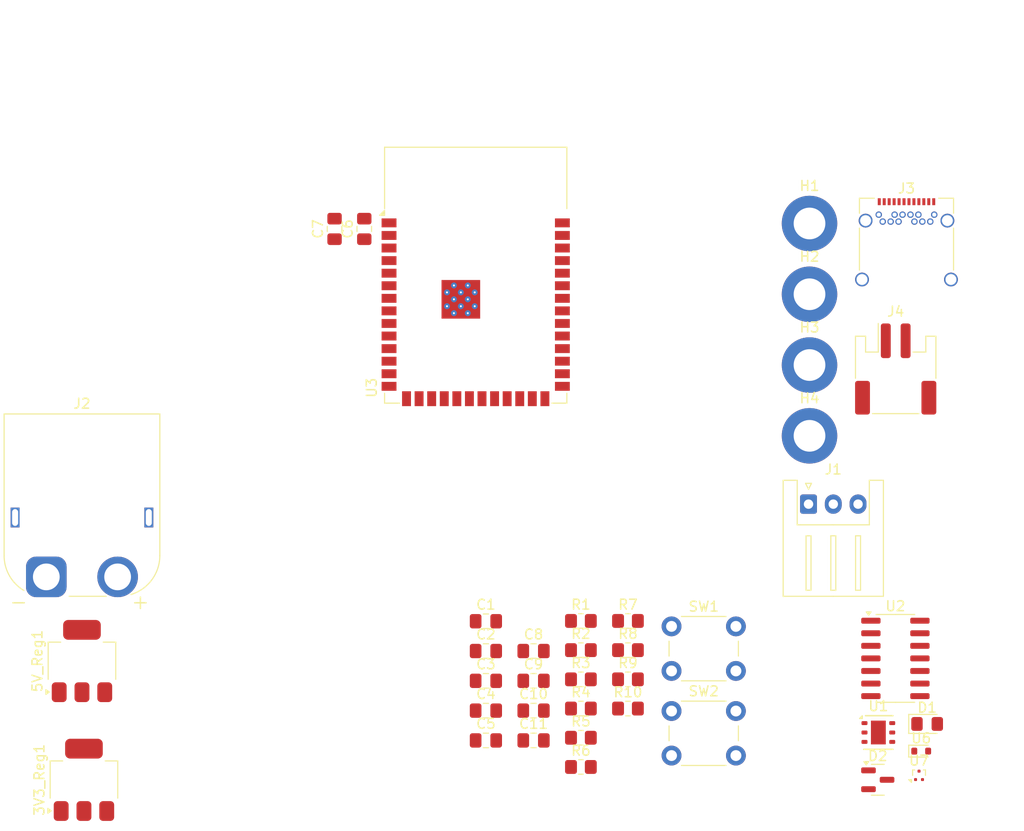
<source format=kicad_pcb>
(kicad_pcb (version 20240108) (generator "pcbnew") (generator_version "8.0")
  (layers (0 "F.Cu" signal) (31 "B.Cu" signal) (34 "B.Paste" user) (35 "F.Paste" user) (36 "B.SilkS" user "B.Silkscreen") (37 "F.SilkS" user "F.Silkscreen") (38 "B.Mask" user) (39 "F.Mask" user) (44 "Edge.Cuts" user))
  (net 0 "")
  (net 1 "+5V")
  (net 2 "GND")
  (net 3 "/Vbat")
  (net 4 "+3V3")
  (net 5 "Net-(U3-EN)")
  (net 6 "Net-(C11-Pad1)")
  (net 7 "Net-(D1-A)")
  (net 8 "/CANH")
  (net 9 "/CANL")
  (net 14 "/CO2_PWM")
  (net 15 "Net-(J3-SHIELD)")
  (net 16 "Net-(J3-CC2)")
  (net 17 "/USB_D+")
  (net 18 "Net-(J3-CC1)")
  (net 19 "/USB_D-")
  (net 20 "/I2C1_SCL")
  (net 21 "Net-(U2-WAKE)")
  (net 22 "Net-(U3-IO0)")
  (net 26 "/CAN_STBn")
  (net 27 "/CAN_RX")
  (net 28 "/CAN_EN")
  (net 29 "/CAN_FAULTn")
  (net 31 "/CAN_TX")
  (footprint "Capacitor_SMD:C_0805_2012Metric_Pad1.18x1.45mm_HandSolder" (layer "F.Cu") (at 116.78 100.14)
    (property "Reference" "C2" (at 0 -1.68 0) (layer "F.SilkS"))
    (property "Value" "1u")
    (fp_line (start -0.261252 -0.735) (end 0.261252 -0.735) (stroke (width 0.12)) (layer "F.SilkS"))
    (fp_line (start -0.261252 0.735) (end 0.261252 0.735) (stroke (width 0.12)) (layer "F.SilkS"))
    (pad "1" smd roundrect (at -1.0375 0) (size 1.175 1.45) (layers "F.Cu" "F.Paste" "F.Mask") (roundrect_rratio 0.212766) (net 3 "/Vbat"))
    (pad "2" smd roundrect (at 1.0375 0) (size 1.175 1.45) (layers "F.Cu" "F.Paste" "F.Mask") (roundrect_rratio 0.212766) (net 2 "GND"))
  )
  (footprint "Package_SO:SOIC-14_3.9x8.7mm_P1.27mm" (layer "F.Cu") (at 158.12 100.885)
    (property "Reference" "U2" (at 0 -5.28 0) (layer "F.SilkS"))
    (property "Value" "TCAN1043xDxQ1")
    (fp_line (start 0 -4.435) (end -1.95 -4.435) (stroke (width 0.12)) (layer "F.SilkS"))
    (fp_line (start 0 -4.435) (end 1.95 -4.435) (stroke (width 0.12)) (layer "F.SilkS"))
    (fp_line (start 0 4.435) (end -1.95 4.435) (stroke (width 0.12)) (layer "F.SilkS"))
    (fp_line (start 0 4.435) (end 1.95 4.435) (stroke (width 0.12)) (layer "F.SilkS"))
    (fp_poly (pts (xy -2.7 -4.37) (xy -2.94 -4.7) (xy -2.46 -4.7) (xy -2.7 -4.37)) (stroke (width 0.12)) (fill solid) (layer "F.SilkS"))
    (pad "1" smd roundrect (at -2.475 -3.81) (size 1.95 0.6) (layers "F.Cu" "F.Paste" "F.Mask") (net 31 "/CAN_TX"))
    (pad "2" smd roundrect (at -2.475 -2.54) (size 1.95 0.6) (layers "F.Cu" "F.Paste" "F.Mask") (net 2 "GND"))
    (pad "3" smd roundrect (at -2.475 -1.27) (size 1.95 0.6) (layers "F.Cu" "F.Paste" "F.Mask") (net 1 "+5V"))
    (pad "4" smd roundrect (at -2.475 0) (size 1.95 0.6) (layers "F.Cu" "F.Paste" "F.Mask") (net 27 "/CAN_RX"))
    (pad "5" smd roundrect (at -2.475 1.27) (size 1.95 0.6) (layers "F.Cu" "F.Paste" "F.Mask") (net 4 "+3V3"))
    (pad "6" smd roundrect (at -2.475 2.54) (size 1.95 0.6) (layers "F.Cu" "F.Paste" "F.Mask") (net 28 "/CAN_EN"))
    (pad "7" smd roundrect (at -2.475 3.81) (size 1.95 0.6) (layers "F.Cu" "F.Paste" "F.Mask"))
    (pad "8" smd roundrect (at 2.475 3.81) (size 1.95 0.6) (layers "F.Cu" "F.Paste" "F.Mask") (net 29 "/CAN_FAULTn"))
    (pad "9" smd roundrect (at 2.475 2.54) (size 1.95 0.6) (layers "F.Cu" "F.Paste" "F.Mask") (net 21 "Net-(U2-WAKE)"))
    (pad "10" smd roundrect (at 2.475 1.27) (size 1.95 0.6) (layers "F.Cu" "F.Paste" "F.Mask") (net 1 "+5V"))
    (pad "11" smd roundrect (at 2.475 0) (size 1.95 0.6) (layers "F.Cu" "F.Paste" "F.Mask"))
    (pad "12" smd roundrect (at 2.475 -1.27) (size 1.95 0.6) (layers "F.Cu" "F.Paste" "F.Mask") (net 9 "/CANL"))
    (pad "13" smd roundrect (at 2.475 -2.54) (size 1.95 0.6) (layers "F.Cu" "F.Paste" "F.Mask") (net 8 "/CANH"))
    (pad "14" smd roundrect (at 2.475 -3.81) (size 1.95 0.6) (layers "F.Cu" "F.Paste" "F.Mask") (net 26 "/CAN_STBn"))
  )
  (footprint "Resistor_SMD:R_0805_2012Metric_Pad1.20x1.40mm_HandSolder" (layer "F.Cu") (at 131.12 103)
    (property "Reference" "R9" (at 0 -1.65 0) (layer "F.SilkS"))
    (property "Value" "5.11k")
    (fp_line (start -0.227064 -0.735) (end 0.227064 -0.735) (stroke (width 0.12)) (layer "F.SilkS"))
    (fp_line (start -0.227064 0.735) (end 0.227064 0.735) (stroke (width 0.12)) (layer "F.SilkS"))
    (pad "1" smd roundrect (at -1 0) (size 1.2 1.4) (layers "F.Cu" "F.Paste" "F.Mask") (roundrect_rratio 0.208333) (net 16 "Net-(J3-CC2)"))
    (pad "2" smd roundrect (at 1 0) (size 1.2 1.4) (layers "F.Cu" "F.Paste" "F.Mask") (roundrect_rratio 0.208333) (net 2 "GND"))
  )
  (footprint "Capacitor_SMD:C_0805_2012Metric_Pad1.18x1.45mm_HandSolder" (layer "F.Cu") (at 121.59 100.14)
    (property "Reference" "C8" (at 0 -1.68 0) (layer "F.SilkS"))
    (property "Value" "100n")
    (fp_line (start -0.261252 -0.735) (end 0.261252 -0.735) (stroke (width 0.12)) (layer "F.SilkS"))
    (fp_line (start -0.261252 0.735) (end 0.261252 0.735) (stroke (width 0.12)) (layer "F.SilkS"))
    (pad "1" smd roundrect (at -1.0375 0) (size 1.175 1.45) (layers "F.Cu" "F.Paste" "F.Mask") (roundrect_rratio 0.212766) (net 4 "+3V3"))
    (pad "2" smd roundrect (at 1.0375 0) (size 1.175 1.45) (layers "F.Cu" "F.Paste" "F.Mask") (roundrect_rratio 0.212766) (net 2 "GND"))
  )
  (footprint "MountingHole:MountingHole_3.2mm_M3_DIN965_Pad_TopBottom" (layer "F.Cu") (at 149.45 71.25)
    (property "Reference" "H3" (at 0 -3.8 0) (layer "F.SilkS"))
    (property "Value" "MountingHole_Pad")
    (pad "1" thru_hole circle (at 0 0) (size 3.6 3.6) (drill 3.2) (layers "*.Cu" "*.Mask"))
    (pad "1" connect circle (at 0 0) (size 5.6 5.6) (layers "F.Cu" "F.Mask"))
    (pad "1" connect circle (at 0 0) (size 5.6 5.6) (layers "B.Cu" "B.Mask"))
  )
  (footprint "Connector_AMASS:AMASS_XT60PW-M_1x02_P7.20mm_Horizontal" (layer "F.Cu") (at 72.4 92.65)
    (property "Reference" "J2" (at 3.6 -17.5 0) (layer "F.SilkS"))
    (property "Value" "BATTERY")
    (fp_line (start -4.26 -16.46) (end -4.26 -2.15) (stroke (width 0.12)) (layer "F.SilkS"))
    (fp_line (start -4.26 -16.46) (end 11.46 -16.46) (stroke (width 0.12)) (layer "F.SilkS"))
    (fp_line (start 2.31 1.96) (end 6.05 1.96) (stroke (width 0.12)) (layer "F.SilkS"))
    (fp_line (start 11.46 -16.46) (end 11.46 -2.15) (stroke (width 0.12)) (layer "F.SilkS"))
    (fp_arc (start -2.266806 1.372958) (mid -3.727162 -0.126139) (end -4.26 -2.15) (stroke (width 0.12)) (layer "F.SilkS"))
    (fp_arc (start 11.46 -2.15) (mid 10.653852 0.294722) (end 8.551648 1.780413) (stroke (width 0.12)) (layer "F.SilkS"))
    (fp_text user "+" (at 9.5 2.5 0) (layer "F.SilkS") (effects (font (size 1.5 1.5))))
    (fp_text user "-" (at -2.8 2.5 0) (layer "F.SilkS") (effects (font (size 1.5 1.5))))
    (pad "" thru_hole rect (at -3.15 -6) (size 0.9 2) (drill oval 0.6 1.7) (layers "*.Cu" "*.Mask"))
    (pad "" thru_hole rect (at 10.35 -6) (size 0.9 2) (drill oval 0.6 1.7) (layers "*.Cu" "*.Mask"))
    (pad "1" thru_hole roundrect (at 0 0) (size 4.1 4.1) (drill 2.7) (layers "*.Cu" "*.Mask") (net 2 "GND"))
    (pad "2" thru_hole circle (at 7.2 0) (size 4.1 4.1) (drill 2.7) (layers "*.Cu" "*.Mask") (net 3 "/Vbat"))
  )
  (footprint "Resistor_SMD:R_0805_2012Metric_Pad1.20x1.40mm_HandSolder" (layer "F.Cu") (at 126.37 100.05)
    (property "Reference" "R2" (at 0 -1.65 0) (layer "F.SilkS"))
    (property "Value" "10k")
    (fp_line (start -0.227064 -0.735) (end 0.227064 -0.735) (stroke (width 0.12)) (layer "F.SilkS"))
    (fp_line (start -0.227064 0.735) (end 0.227064 0.735) (stroke (width 0.12)) (layer "F.SilkS"))
    (pad "1" smd roundrect (at -1 0) (size 1.2 1.4) (layers "F.Cu" "F.Paste" "F.Mask") (roundrect_rratio 0.208333) (net 4 "+3V3"))
    (pad "2" smd roundrect (at 1 0) (size 1.2 1.4) (layers "F.Cu" "F.Paste" "F.Mask") (roundrect_rratio 0.208333) (net 20 "/I2C1_SCL"))
  )
  (footprint "Connector_JST:JST_PH_S2B-PH-SM4-TB_1x02-1MP_P2.00mm_Horizontal" (layer "F.Cu") (at 158.15 71.65)
    (property "Reference" "J4" (at 0 -5.8 0) (layer "F.SilkS"))
    (property "Value" "CAN_BUS")
    (fp_line (start -4.06 -3.31) (end -3.04 -3.31) (stroke (width 0.12)) (layer "F.SilkS"))
    (fp_line (start -4.06 0.94) (end -4.06 -3.31) (stroke (width 0.12)) (layer "F.SilkS"))
    (fp_line (start -3.04 -3.31) (end -3.04 -1.71) (stroke (width 0.12)) (layer "F.SilkS"))
    (fp_line (start -3.04 -1.71) (end -1.76 -1.71) (stroke (width 0.12)) (layer "F.SilkS"))
    (fp_line (start -2.34 4.51) (end 2.34 4.51) (stroke (width 0.12)) (layer "F.SilkS"))
    (fp_line (start -1.76 -1.71) (end -1.76 -4.6) (stroke (width 0.12)) (layer "F.SilkS"))
    (fp_line (start 3.04 -3.31) (end 3.04 -1.71) (stroke (width 0.12)) (layer "F.SilkS"))
    (fp_line (start 3.04 -1.71) (end 1.76 -1.71) (stroke (width 0.12)) (layer "F.SilkS"))
    (fp_line (start 4.06 -3.31) (end 3.04 -3.31) (stroke (width 0.12)) (layer "F.SilkS"))
    (fp_line (start 4.06 0.94) (end 4.06 -3.31) (stroke (width 0.12)) (layer "F.SilkS"))
    (pad "1" smd roundrect (at -1 -2.85) (size 1 3.5) (layers "F.Cu" "F.Paste" "F.Mask") (net 8 "/CANH"))
    (pad "2" smd roundrect (at 1 -2.85) (size 1 3.5) (layers "F.Cu" "F.Paste" "F.Mask") (net 9 "/CANL"))
    (pad "MP" smd roundrect (at -3.35 2.9) (size 1.5 3.4) (layers "F.Cu" "F.Paste" "F.Mask") (roundrect_rratio 0.166667))
    (pad "MP" smd roundrect (at 3.35 2.9) (size 1.5 3.4) (layers "F.Cu" "F.Paste" "F.Mask") (roundrect_rratio 0.166667))
  )
  (footprint "Connector_JST:JST_XH_S3B-XH-A_1x03_P2.50mm_Horizontal" (layer "F.Cu") (at 149.35 85.3)
    (property "Reference" "J1" (at 2.5 -3.5 0) (layer "F.SilkS"))
    (property "Value" "CO2_Conn")
    (fp_line (start -2.56 -2.41) (end -1.14 -2.41) (stroke (width 0.12)) (layer "F.SilkS"))
    (fp_line (start -2.56 9.31) (end -2.56 -2.41) (stroke (width 0.12)) (layer "F.SilkS"))
    (fp_line (start -1.14 -2.41) (end -1.14 2.09) (stroke (width 0.12)) (layer "F.SilkS"))
    (fp_line (start -1.14 2.09) (end 2.5 2.09) (stroke (width 0.12)) (layer "F.SilkS"))
    (fp_line (start -0.3 -2.1) (end 0.3 -2.1) (stroke (width 0.12)) (layer "F.SilkS"))
    (fp_line (start -0.25 3.2) (end -0.25 8.7) (stroke (width 0.12)) (layer "F.SilkS"))
    (fp_line (start -0.25 8.7) (end 0.25 8.7) (stroke (width 0.12)) (layer "F.SilkS"))
    (fp_line (start 0 -1.5) (end -0.3 -2.1) (stroke (width 0.12)) (layer "F.SilkS"))
    (fp_line (start 0.25 3.2) (end -0.25 3.2) (stroke (width 0.12)) (layer "F.SilkS"))
    (fp_line (start 0.25 8.7) (end 0.25 3.2) (stroke (width 0.12)) (layer "F.SilkS"))
    (fp_line (start 0.3 -2.1) (end 0 -1.5) (stroke (width 0.12)) (layer "F.SilkS"))
    (fp_line (start 2.25 3.2) (end 2.25 8.7) (stroke (width 0.12)) (layer "F.SilkS"))
    (fp_line (start 2.25 8.7) (end 2.75 8.7) (stroke (width 0.12)) (layer "F.SilkS"))
    (fp_line (start 2.5 9.31) (end -2.56 9.31) (stroke (width 0.12)) (layer "F.SilkS"))
    (fp_line (start 2.5 9.31) (end 7.56 9.31) (stroke (width 0.12)) (layer "F.SilkS"))
    (fp_line (start 2.75 3.2) (end 2.25 3.2) (stroke (width 0.12)) (layer "F.SilkS"))
    (fp_line (start 2.75 8.7) (end 2.75 3.2) (stroke (width 0.12)) (layer "F.SilkS"))
    (fp_line (start 4.75 3.2) (end 4.75 8.7) (stroke (width 0.12)) (layer "F.SilkS"))
    (fp_line (start 4.75 8.7) (end 5.25 8.7) (stroke (width 0.12)) (layer "F.SilkS"))
    (fp_line (start 5.25 3.2) (end 4.75 3.2) (stroke (width 0.12)) (layer "F.SilkS"))
    (fp_line (start 5.25 8.7) (end 5.25 3.2) (stroke (width 0.12)) (layer "F.SilkS"))
    (fp_line (start 6.14 -2.41) (end 6.14 2.09) (stroke (width 0.12)) (layer "F.SilkS"))
    (fp_line (start 6.14 2.09) (end 2.5 2.09) (stroke (width 0.12)) (layer "F.SilkS"))
    (fp_line (start 7.56 -2.41) (end 6.14 -2.41) (stroke (width 0.12)) (layer "F.SilkS"))
    (fp_line (start 7.56 9.31) (end 7.56 -2.41) (stroke (width 0.12)) (layer "F.SilkS"))
    (pad "1" thru_hole roundrect (at 0 0) (size 1.7 1.95) (drill 0.95) (layers "*.Cu" "*.Mask") (roundrect_rratio 0.147059) (net 2 "GND"))
    (pad "2" thru_hole oval (at 2.5 0) (size 1.7 1.95) (drill 0.95) (layers "*.Cu" "*.Mask") (net 14 "/CO2_PWM"))
    (pad "3" thru_hole oval (at 5 0) (size 1.7 1.95) (drill 0.95) (layers "*.Cu" "*.Mask") (net 1 "+5V"))
  )
  (footprint "Capacitor_SMD:C_0805_2012Metric_Pad1.18x1.45mm_HandSolder" (layer "F.Cu") (at 116.78 106.16)
    (property "Reference" "C4" (at 0 -1.68 0) (layer "F.SilkS"))
    (property "Value" "2.2u")
    (fp_line (start -0.261252 -0.735) (end 0.261252 -0.735) (stroke (width 0.12)) (layer "F.SilkS"))
    (fp_line (start -0.261252 0.735) (end 0.261252 0.735) (stroke (width 0.12)) (layer "F.SilkS"))
    (pad "1" smd roundrect (at -1.0375 0) (size 1.175 1.45) (layers "F.Cu" "F.Paste" "F.Mask") (roundrect_rratio 0.212766) (net 4 "+3V3"))
    (pad "2" smd roundrect (at 1.0375 0) (size 1.175 1.45) (layers "F.Cu" "F.Paste" "F.Mask") (roundrect_rratio 0.212766) (net 2 "GND"))
  )
  (footprint "Capacitor_SMD:C_0805_2012Metric_Pad1.18x1.45mm_HandSolder" (layer "F.Cu") (at 104.5 57.5 90)
    (property "Reference" "C6" (at 0 -1.68 270) (layer "F.SilkS"))
    (property "Value" "0.1u")
    (fp_line (start -0.261252 -0.735) (end 0.261252 -0.735) (stroke (width 0.12)) (layer "F.SilkS"))
    (fp_line (start -0.261252 0.735) (end 0.261252 0.735) (stroke (width 0.12)) (layer "F.SilkS"))
    (pad "1" smd roundrect (at -1.0375 0 90) (size 1.175 1.45) (layers "F.Cu" "F.Paste" "F.Mask") (roundrect_rratio 0.212766) (net 4 "+3V3"))
    (pad "2" smd roundrect (at 1.0375 0 90) (size 1.175 1.45) (layers "F.Cu" "F.Paste" "F.Mask") (roundrect_rratio 0.212766) (net 2 "GND"))
  )
  (footprint "Resistor_SMD:R_0805_2012Metric_Pad1.20x1.40mm_HandSolder" (layer "F.Cu") (at 126.37 108.9)
    (property "Reference" "R5" (at 0 -1.65 0) (layer "F.SilkS"))
    (property "Value" "60")
    (fp_line (start -0.227064 -0.735) (end 0.227064 -0.735) (stroke (width 0.12)) (layer "F.SilkS"))
    (fp_line (start -0.227064 0.735) (end 0.227064 0.735) (stroke (width 0.12)) (layer "F.SilkS"))
    (pad "1" smd roundrect (at -1 0) (size 1.2 1.4) (layers "F.Cu" "F.Paste" "F.Mask") (roundrect_rratio 0.208333) (net 6 "Net-(C11-Pad1)"))
    (pad "2" smd roundrect (at 1 0) (size 1.2 1.4) (layers "F.Cu" "F.Paste" "F.Mask") (roundrect_rratio 0.208333) (net 8 "/CANH"))
  )
  (footprint "Resistor_SMD:R_0805_2012Metric_Pad1.20x1.40mm_HandSolder" (layer "F.Cu") (at 126.37 111.85)
    (property "Reference" "R6" (at 0 -1.65 0) (layer "F.SilkS"))
    (property "Value" "60")
    (fp_line (start -0.227064 -0.735) (end 0.227064 -0.735) (stroke (width 0.12)) (layer "F.SilkS"))
    (fp_line (start -0.227064 0.735) (end 0.227064 0.735) (stroke (width 0.12)) (layer "F.SilkS"))
    (pad "1" smd roundrect (at -1 0) (size 1.2 1.4) (layers "F.Cu" "F.Paste" "F.Mask") (roundrect_rratio 0.208333) (net 6 "Net-(C11-Pad1)"))
    (pad "2" smd roundrect (at 1 0) (size 1.2 1.4) (layers "F.Cu" "F.Paste" "F.Mask") (roundrect_rratio 0.208333) (net 9 "/CANL"))
  )
  (footprint "LED_SMD:LED_0805_2012Metric_Pad1.15x1.40mm_HandSolder" (layer "F.Cu") (at 161.325 107.505)
    (property "Reference" "D1" (at 0 -1.65 0) (layer "F.SilkS"))
    (property "Value" "LED")
    (fp_line (start -1.86 -0.96) (end -1.86 0.96) (stroke (width 0.12)) (layer "F.SilkS"))
    (fp_line (start -1.86 0.96) (end 1 0.96) (stroke (width 0.12)) (layer "F.SilkS"))
    (fp_line (start 1 -0.96) (end -1.86 -0.96) (stroke (width 0.12)) (layer "F.SilkS"))
    (pad "1" smd roundrect (at -1.025 0) (size 1.15 1.4) (layers "F.Cu" "F.Paste" "F.Mask") (roundrect_rratio 0.217391) (net 2 "GND"))
    (pad "2" smd roundrect (at 1.025 0) (size 1.15 1.4) (layers "F.Cu" "F.Paste" "F.Mask") (roundrect_rratio 0.217391) (net 7 "Net-(D1-A)"))
  )
  (footprint "Capacitor_SMD:C_0805_2012Metric_Pad1.18x1.45mm_HandSolder" (layer "F.Cu") (at 116.78 109.17)
    (property "Reference" "C5" (at 0 -1.68 0) (layer "F.SilkS"))
    (property "Value" "1u")
    (fp_line (start -0.261252 -0.735) (end 0.261252 -0.735) (stroke (width 0.12)) (layer "F.SilkS"))
    (fp_line (start -0.261252 0.735) (end 0.261252 0.735) (stroke (width 0.12)) (layer "F.SilkS"))
    (pad "1" smd roundrect (at -1.0375 0) (size 1.175 1.45) (layers "F.Cu" "F.Paste" "F.Mask") (roundrect_rratio 0.212766) (net 5 "Net-(U3-EN)"))
    (pad "2" smd roundrect (at 1.0375 0) (size 1.175 1.45) (layers "F.Cu" "F.Paste" "F.Mask") (roundrect_rratio 0.212766) (net 2 "GND"))
  )
  (footprint "Package_SON:Texas_PWSON-N6" (layer "F.Cu") (at 156.4 108.37)
    (property "Reference" "U1" (at 0 -2.67 0) (layer "F.SilkS"))
    (property "Value" "HDC1080")
    (fp_line (start 1.475 -1.7) (end -1.3 -1.7) (stroke (width 0.15)) (layer "F.SilkS"))
    (fp_line (start 1.475 1.7) (end -1.475 1.7) (stroke (width 0.15)) (layer "F.SilkS"))
    (fp_poly (pts (xy -1.62 -1.41) (xy -1.9 -1.41) (xy -1.62 -1.69) (xy -1.62 -1.41)) (stroke (width 0.12)) (fill solid) (layer "F.SilkS"))
    (pad "1" smd roundrect (at -1.4 -0.95) (size 0.6 0.4) (layers "F.Cu" "F.Paste" "F.Mask") (net 20 "/I2C1_SCL"))
    (pad "2" smd roundrect (at -1.4 0) (size 0.6 0.4) (layers "F.Cu" "F.Paste" "F.Mask") (net 2 "GND"))
    (pad "3" smd roundrect (at -1.4 0.95) (size 0.6 0.4) (layers "F.Cu" "F.Paste" "F.Mask"))
    (pad "4" smd roundrect (at 1.4 0.95) (size 0.6 0.4) (layers "F.Cu" "F.Paste" "F.Mask"))
    (pad "5" smd roundrect (at 1.4 0) (size 0.6 0.4) (layers "F.Cu" "F.Paste" "F.Mask") (net 4 "+3V3"))
    (pad "6" smd roundrect (at 1.4 -0.95) (size 0.6 0.4) (layers "F.Cu" "F.Paste" "F.Mask") (net 20 "/I2C1_SCL"))
    (pad "7" smd rect (at 0 0) (size 1.5 2.4) (layers "F.Cu" "F.Mask"))
  )
  (footprint "Capacitor_SMD:C_0805_2012Metric_Pad1.18x1.45mm_HandSolder" (layer "F.Cu") (at 116.78 97.13)
    (property "Reference" "C1" (at 0 -1.68 0) (layer "F.SilkS"))
    (property "Value" "2.2u")
    (fp_line (start -0.261252 -0.735) (end 0.261252 -0.735) (stroke (width 0.12)) (layer "F.SilkS"))
    (fp_line (start -0.261252 0.735) (end 0.261252 0.735) (stroke (width 0.12)) (layer "F.SilkS"))
    (pad "1" smd roundrect (at -1.0375 0) (size 1.175 1.45) (layers "F.Cu" "F.Paste" "F.Mask") (roundrect_rratio 0.212766) (net 1 "+5V"))
    (pad "2" smd roundrect (at 1.0375 0) (size 1.175 1.45) (layers "F.Cu" "F.Paste" "F.Mask") (roundrect_rratio 0.212766) (net 2 "GND"))
  )
  (footprint "Connector_USB:USB_C_Receptacle_Amphenol_12401548E4-2A_CircularHoles" (layer "F.Cu") (at 159.24 59.77)
    (property "Reference" "J3" (at 0 -6.36 0) (layer "F.SilkS"))
    (property "Value" "USB_C_Receptacle_USB2.0_14P")
    (fp_line (start -4.75 -5.37) (end -4.75 -3.85) (stroke (width 0.12)) (layer "F.SilkS"))
    (fp_line (start -4.75 -5.37) (end -3.25 -5.37) (stroke (width 0.12)) (layer "F.SilkS"))
    (fp_line (start -4.75 -2.35) (end -4.75 1.89) (stroke (width 0.12)) (layer "F.SilkS"))
    (fp_line (start 3.25 -5.37) (end 4.75 -5.37) (stroke (width 0.12)) (layer "F.SilkS"))
    (fp_line (start 4.75 -5.37) (end 4.75 -3.85) (stroke (width 0.12)) (layer "F.SilkS"))
    (fp_line (start 4.75 -2.35) (end 4.75 1.89) (stroke (width 0.12)) (layer "F.SilkS"))
    (pad "" np_thru_hole circle (at -3.6 -4.36) (size 0.65 0.65) (drill 0.65) (layers "*.Cu" "*.Mask"))
    (pad "" np_thru_hole circle (at 3.6 -4.36) (size 0.95 0.95) (drill 0.95) (layers "*.Cu" "*.Mask"))
    (pad "A1" smd rect (at -2.75 -5.02) (size 0.3 0.7) (layers "F.Cu" "F.Paste" "F.Mask") (net 2 "GND"))
    (pad "A2" smd rect (at -2.25 -5.02) (size 0.3 0.7) (layers "F.Cu" "F.Paste" "F.Mask"))
    (pad "A3" smd rect (at -1.75 -5.02) (size 0.3 0.7) (layers "F.Cu" "F.Paste" "F.Mask"))
    (pad "A4" smd rect (at -1.25 -5.02) (size 0.3 0.7) (layers "F.Cu" "F.Paste" "F.Mask") (net 1 "+5V"))
    (pad "A5" smd rect (at -0.75 -5.02) (size 0.3 0.7) (layers "F.Cu" "F.Paste" "F.Mask") (net 18 "Net-(J3-CC1)"))
    (pad "A6" smd rect (at -0.25 -5.02) (size 0.3 0.7) (layers "F.Cu" "F.Paste" "F.Mask") (net 17 "/USB_D+"))
    (pad "A7" smd rect (at 0.25 -5.02) (size 0.3 0.7) (layers "F.Cu" "F.Paste" "F.Mask") (net 19 "/USB_D-"))
    (pad "A8" smd rect (at 0.75 -5.02) (size 0.3 0.7) (layers "F.Cu" "F.Paste" "F.Mask"))
    (pad "A9" smd rect (at 1.25 -5.02) (size 0.3 0.7) (layers "F.Cu" "F.Paste" "F.Mask") (net 1 "+5V"))
    (pad "A10" smd rect (at 1.75 -5.02) (size 0.3 0.7) (layers "F.Cu" "F.Paste" "F.Mask"))
    (pad "A11" smd rect (at 2.25 -5.02) (size 0.3 0.7) (layers "F.Cu" "F.Paste" "F.Mask"))
    (pad "A12" smd rect (at 2.75 -5.02) (size 0.3 0.7) (layers "F.Cu" "F.Paste" "F.Mask") (net 2 "GND"))
    (pad "B1" thru_hole circle (at 2.8 -3.71) (size 0.65 0.65) (drill 0.4) (layers "*.Cu" "*.Mask") (net 2 "GND"))
    (pad "B2" thru_hole circle (at 2.4 -3.01) (size 0.65 0.65) (drill 0.4) (layers "*.Cu" "*.Mask"))
    (pad "B3" thru_hole circle (at 1.6 -3.01) (size 0.65 0.65) (drill 0.4) (layers "*.Cu" "*.Mask"))
    (pad "B4" thru_hole circle (at 1.2 -3.71) (size 0.65 0.65) (drill 0.4) (layers "*.Cu" "*.Mask") (net 1 "+5V"))
    (pad "B5" thru_hole circle (at 0.8 -3.01) (size 0.65 0.65) (drill 0.4) (layers "*.Cu" "*.Mask") (net 16 "Net-(J3-CC2)"))
    (pad "B6" thru_hole circle (at 0.4 -3.71) (size 0.65 0.65) (drill 0.4) (layers "*.Cu" "*.Mask") (net 17 "/USB_D+"))
    (pad "B7" thru_hole circle (at -0.4 -3.71) (size 0.65 0.65) (drill 0.4) (layers "*.Cu" "*.Mask") (net 19 "/USB_D-"))
    (pad "B8" thru_hole circle (at -0.8 -3.01) (size 0.65 0.65) (drill 0.4) (layers "*.Cu" "*.Mask"))
    (pad "B9" thru_hole circle (at -1.2 -3.71) (size 0.65 0.65) (drill 0.4) (layers "*.Cu" "*.Mask") (net 1 "+5V"))
    (pad "B10" thru_hole circle (at -1.6 -3.01) (size 0.65 0.65) (drill 0.4) (layers "*.Cu" "*.Mask"))
    (pad "B11" thru_hole circle (at -2.4 -3.01) (size 0.65 0.65) (drill 0.4) (layers "*.Cu" "*.Mask"))
    (pad "B12" thru_hole circle (at -2.8 -3.71) (size 0.65 0.65) (drill 0.4) (layers "*.Cu" "*.Mask") (net 2 "GND"))
    (pad "S1" thru_hole circle (at -4.49 2.84) (size 1.4 1.4) (drill 1.1) (layers "*.Cu" "*.Mask") (net 15 "Net-(J3-SHIELD)"))
    (pad "S1" thru_hole circle (at -4.13 -3.11) (size 1.4 1.4) (drill 1.1) (layers "*.Cu" "*.Mask") (net 15 "Net-(J3-SHIELD)"))
    (pad "S1" thru_hole circle (at 4.13 -3.11) (size 1.4 1.4) (drill 1.1) (layers "*.Cu" "*.Mask") (net 15 "Net-(J3-SHIELD)"))
    (pad "S1" thru_hole circle (at 4.49 2.84) (size 1.4 1.4) (drill 1.1) (layers "*.Cu" "*.Mask") (net 15 "Net-(J3-SHIELD)"))
  )
  (footprint "Resistor_SMD:R_0805_2012Metric_Pad1.20x1.40mm_HandSolder" (layer "F.Cu") (at 131.12 100.05)
    (property "Reference" "R8" (at 0 -1.65 0) (layer "F.SilkS"))
    (property "Value" "5.11k")
    (fp_line (start -0.227064 -0.735) (end 0.227064 -0.735) (stroke (width 0.12)) (layer "F.SilkS"))
    (fp_line (start -0.227064 0.735) (end 0.227064 0.735) (stroke (width 0.12)) (layer "F.SilkS"))
    (pad "1" smd roundrect (at -1 0) (size 1.2 1.4) (layers "F.Cu" "F.Paste" "F.Mask") (roundrect_rratio 0.208333) (net 18 "Net-(J3-CC1)"))
    (pad "2" smd roundrect (at 1 0) (size 1.2 1.4) (layers "F.Cu" "F.Paste" "F.Mask") (roundrect_rratio 0.208333) (net 2 "GND"))
  )
  (footprint "Button_Switch_THT:SW_PUSH_6mm" (layer "F.Cu") (at 135.52 97.65)
    (property "Reference" "SW1" (at 3.25 -2 0) (layer "F.SilkS"))
    (property "Value" "RESET")
    (fp_line (start -0.25 1.5) (end -0.25 3) (stroke (width 0.12)) (layer "F.SilkS"))
    (fp_line (start 1 5.5) (end 5.5 5.5) (stroke (width 0.12)) (layer "F.SilkS"))
    (fp_line (start 5.5 -1) (end 1 -1) (stroke (width 0.12)) (layer "F.SilkS"))
    (fp_line (start 6.75 3) (end 6.75 1.5) (stroke (width 0.12)) (layer "F.SilkS"))
    (pad "1" thru_hole circle (at 0 0 90) (size 2 2) (drill 1.1) (layers "*.Cu" "*.Mask") (net 2 "GND"))
    (pad "1" thru_hole circle (at 6.5 0 90) (size 2 2) (drill 1.1) (layers "*.Cu" "*.Mask") (net 2 "GND"))
    (pad "2" thru_hole circle (at 0 4.5 90) (size 2 2) (drill 1.1) (layers "*.Cu" "*.Mask") (net 5 "Net-(U3-EN)"))
    (pad "2" thru_hole circle (at 6.5 4.5 90) (size 2 2) (drill 1.1) (layers "*.Cu" "*.Mask") (net 5 "Net-(U3-EN)"))
  )
  (footprint "MountingHole:MountingHole_3.2mm_M3_DIN965_Pad_TopBottom" (layer "F.Cu") (at 149.45 78.4)
    (property "Reference" "H4" (at 0 -3.8 0) (layer "F.SilkS"))
    (property "Value" "MountingHole_Pad")
    (pad "1" thru_hole circle (at 0 0) (size 3.6 3.6) (drill 3.2) (layers "*.Cu" "*.Mask"))
    (pad "1" connect circle (at 0 0) (size 5.6 5.6) (layers "F.Cu" "F.Mask"))
    (pad "1" connect circle (at 0 0) (size 5.6 5.6) (layers "B.Cu" "B.Mask"))
  )
  (footprint "Capacitor_SMD:C_0805_2012Metric_Pad1.18x1.45mm_HandSolder" (layer "F.Cu") (at 101.5 57.5 90)
    (property "Reference" "C7" (at 0 -1.68 270) (layer "F.SilkS"))
    (property "Value" "22u")
    (fp_line (start -0.261252 -0.735) (end 0.261252 -0.735) (stroke (width 0.12)) (layer "F.SilkS"))
    (fp_line (start -0.261252 0.735) (end 0.261252 0.735) (stroke (width 0.12)) (layer "F.SilkS"))
    (pad "1" smd roundrect (at -1.0375 0 90) (size 1.175 1.45) (layers "F.Cu" "F.Paste" "F.Mask") (roundrect_rratio 0.212766) (net 4 "+3V3"))
    (pad "2" smd roundrect (at 1.0375 0 90) (size 1.175 1.45) (layers "F.Cu" "F.Paste" "F.Mask") (roundrect_rratio 0.212766) (net 2 "GND"))
  )
  (footprint "Package_TO_SOT_SMD:Texas_DRT-3" (layer "F.Cu") (at 160.505 112.7)
    (property "Reference" "U7" (at 0 -1.5 0) (layer "F.SilkS"))
    (property "Value" "TPD2EUSB30A")
    (fp_line (start -0.65 -0.55) (end -0.45 -0.55) (stroke (width 0.12)) (layer "F.SilkS"))
    (fp_line (start -0.65 0) (end -0.65 -0.55) (stroke (width 0.12)) (layer "F.SilkS"))
    (fp_line (start 0.65 -0.55) (end 0.45 -0.55) (stroke (width 0.12)) (layer "F.SilkS"))
    (fp_line (start 0.65 0) (end 0.65 -0.55) (stroke (width 0.12)) (layer "F.SilkS"))
    (fp_poly (pts (xy -0.76 0.43) (xy -0.76 0.71) (xy -1.04 0.43) (xy -0.76 0.43)) (stroke (width 0.12)) (fill solid) (layer "F.SilkS"))
    (pad "1" smd roundrect (at -0.35 0.425) (size 0.3 0.3) (layers "F.Cu" "F.Paste" "F.Mask") (net 17 "/USB_D+"))
    (pad "2" smd roundrect (at 0.35 0.425) (size 0.3 0.3) (layers "F.Cu" "F.Paste" "F.Mask") (net 19 "/USB_D-"))
    (pad "3" smd roundrect (at 0 -0.425) (size 0.3 0.3) (layers "F.Cu" "F.Paste" "F.Mask") (net 2 "GND"))
  )
  (footprint "Resistor_SMD:R_0805_2012Metric_Pad1.20x1.40mm_HandSolder" (layer "F.Cu") (at 126.37 97.1)
    (property "Reference" "R1" (at 0 -1.65 0) (layer "F.SilkS"))
    (property "Value" "10k")
    (fp_line (start -0.227064 -0.735) (end 0.227064 -0.735) (stroke (width 0.12)) (layer "F.SilkS"))
    (fp_line (start -0.227064 0.735) (end 0.227064 0.735) (stroke (width 0.12)) (layer "F.SilkS"))
    (pad "1" smd roundrect (at -1 0) (size 1.2 1.4) (layers "F.Cu" "F.Paste" "F.Mask") (roundrect_rratio 0.208333) (net 4 "+3V3"))
    (pad "2" smd roundrect (at 1 0) (size 1.2 1.4) (layers "F.Cu" "F.Paste" "F.Mask") (roundrect_rratio 0.208333) (net 5 "Net-(U3-EN)"))
  )
  (footprint "Resistor_SMD:R_0805_2012Metric_Pad1.20x1.40mm_HandSolder" (layer "F.Cu") (at 126.37 105.95)
    (property "Reference" "R4" (at 0 -1.65 0) (layer "F.SilkS"))
    (property "Value" "10k")
    (fp_line (start -0.227064 -0.735) (end 0.227064 -0.735) (stroke (width 0.12)) (layer "F.SilkS"))
    (fp_line (start -0.227064 0.735) (end 0.227064 0.735) (stroke (width 0.12)) (layer "F.SilkS"))
    (pad "1" smd roundrect (at -1 0) (size 1.2 1.4) (layers "F.Cu" "F.Paste" "F.Mask") (roundrect_rratio 0.208333) (net 1 "+5V"))
    (pad "2" smd roundrect (at 1 0) (size 1.2 1.4) (layers "F.Cu" "F.Paste" "F.Mask") (roundrect_rratio 0.208333) (net 21 "Net-(U2-WAKE)"))
  )
  (footprint "Capacitor_SMD:C_0805_2012Metric_Pad1.18x1.45mm_HandSolder" (layer "F.Cu") (at 121.59 106.16)
    (property "Reference" "C10" (at 0 -1.68 0) (layer "F.SilkS"))
    (property "Value" "100n")
    (fp_line (start -0.261252 -0.735) (end 0.261252 -0.735) (stroke (width 0.12)) (layer "F.SilkS"))
    (fp_line (start -0.261252 0.735) (end 0.261252 0.735) (stroke (width 0.12)) (layer "F.SilkS"))
    (pad "1" smd roundrect (at -1.0375 0) (size 1.175 1.45) (layers "F.Cu" "F.Paste" "F.Mask") (roundrect_rratio 0.212766) (net 1 "+5V"))
    (pad "2" smd roundrect (at 1.0375 0) (size 1.175 1.45) (layers "F.Cu" "F.Paste" "F.Mask") (roundrect_rratio 0.212766) (net 2 "GND"))
  )
  (footprint "Resistor_SMD:R_0805_2012Metric_Pad1.20x1.40mm_HandSolder" (layer "F.Cu") (at 126.37 103)
    (property "Reference" "R3" (at 0 -1.65 0) (layer "F.SilkS"))
    (property "Value" "10k")
    (fp_line (start -0.227064 -0.735) (end 0.227064 -0.735) (stroke (width 0.12)) (layer "F.SilkS"))
    (fp_line (start -0.227064 0.735) (end 0.227064 0.735) (stroke (width 0.12)) (layer "F.SilkS"))
    (pad "1" smd roundrect (at -1 0) (size 1.2 1.4) (layers "F.Cu" "F.Paste" "F.Mask") (roundrect_rratio 0.208333) (net 4 "+3V3"))
    (pad "2" smd roundrect (at 1 0) (size 1.2 1.4) (layers "F.Cu" "F.Paste" "F.Mask") (roundrect_rratio 0.208333) (net 20 "/I2C1_SCL"))
  )
  (footprint "MountingHole:MountingHole_3.2mm_M3_DIN965_Pad_TopBottom" (layer "F.Cu") (at 149.45 64.1)
    (property "Reference" "H2" (at 0 -3.8 0) (layer "F.SilkS"))
    (property "Value" "MountingHole_Pad")
    (pad "1" thru_hole circle (at 0 0) (size 3.6 3.6) (drill 3.2) (layers "*.Cu" "*.Mask"))
    (pad "1" connect circle (at 0 0) (size 5.6 5.6) (layers "F.Cu" "F.Mask"))
    (pad "1" connect circle (at 0 0) (size 5.6 5.6) (layers "B.Cu" "B.Mask"))
  )
  (footprint "Resistor_SMD:R_0805_2012Metric_Pad1.20x1.40mm_HandSolder" (layer "F.Cu") (at 131.12 97.1)
    (property "Reference" "R7" (at 0 -1.65 0) (layer "F.SilkS"))
    (property "Value" "40")
    (fp_line (start -0.227064 -0.735) (end 0.227064 -0.735) (stroke (width 0.12)) (layer "F.SilkS"))
    (fp_line (start -0.227064 0.735) (end 0.227064 0.735) (stroke (width 0.12)) (layer "F.SilkS"))
    (pad "1" smd roundrect (at -1 0) (size 1.2 1.4) (layers "F.Cu" "F.Paste" "F.Mask") (roundrect_rratio 0.208333) (net 4 "+3V3"))
    (pad "2" smd roundrect (at 1 0) (size 1.2 1.4) (layers "F.Cu" "F.Paste" "F.Mask") (roundrect_rratio 0.208333) (net 7 "Net-(D1-A)"))
  )
  (footprint "Package_TO_SOT_SMD:SOT-223-3_TabPin2" (layer "F.Cu") (at 76.2 113.15 90)
    (property "Reference" "3V3_Reg1" (at 0 -4.5 270) (layer "F.SilkS"))
    (property "Value" "TLV76133DCY")
    (fp_line (start 1.91 -3.41) (end 1.91 -2.15) (stroke (width 0.12)) (layer "F.SilkS"))
    (fp_line (start -1.85 -3.41) (end 1.91 -3.41) (stroke (width 0.12)) (layer "F.SilkS"))
    (fp_line (start 1.91 3.41) (end 1.91 2.15) (stroke (width 0.12)) (layer "F.SilkS"))
    (fp_line (start -1.85 3.41) (end 1.91 3.41) (stroke (width 0.12)) (layer "F.SilkS"))
    (fp_poly (pts (xy -3.13 -3.31) (xy -3.37 -3.64) (xy -2.89 -3.64) (xy -3.13 -3.31)) (stroke (width 0.12)) (fill solid) (layer "F.SilkS"))
    (pad "1" smd roundrect (at -3.15 -2.3 90) (size 2 1.5) (layers "F.Cu" "F.Paste" "F.Mask") (net 2 "GND"))
    (pad "2" smd roundrect (at -3.15 0 90) (size 2 1.5) (layers "F.Cu" "F.Paste" "F.Mask") (net 4 "+3V3"))
    (pad "2" smd roundrect (at 3.15 0 90) (size 2 3.8) (layers "F.Cu" "F.Paste" "F.Mask") (net 4 "+3V3"))
    (pad "3" smd roundrect (at -3.15 2.3 90) (size 2 1.5) (layers "F.Cu" "F.Paste" "F.Mask") (net 1 "+5V"))
  )
  (footprint "Button_Switch_THT:SW_PUSH_6mm" (layer "F.Cu") (at 135.52 106.2)
    (property "Reference" "SW2" (at 3.25 -2 0) (layer "F.SilkS"))
    (property "Value" "BOOT")
    (fp_line (start -0.25 1.5) (end -0.25 3) (stroke (width 0.12)) (layer "F.SilkS"))
    (fp_line (start 1 5.5) (end 5.5 5.5) (stroke (width 0.12)) (layer "F.SilkS"))
    (fp_line (start 5.5 -1) (end 1 -1) (stroke (width 0.12)) (layer "F.SilkS"))
    (fp_line (start 6.75 3) (end 6.75 1.5) (stroke (width 0.12)) (layer "F.SilkS"))
    (pad "1" thru_hole circle (at 0 0 90) (size 2 2) (drill 1.1) (layers "*.Cu" "*.Mask") (net 2 "GND"))
    (pad "1" thru_hole circle (at 6.5 0 90) (size 2 2) (drill 1.1) (layers "*.Cu" "*.Mask") (net 2 "GND"))
    (pad "2" thru_hole circle (at 0 4.5 90) (size 2 2) (drill 1.1) (layers "*.Cu" "*.Mask") (net 22 "Net-(U3-IO0)"))
    (pad "2" thru_hole circle (at 6.5 4.5 90) (size 2 2) (drill 1.1) (layers "*.Cu" "*.Mask") (net 22 "Net-(U3-IO0)"))
  )
  (footprint "Package_TO_SOT_SMD:SOT-223-3_TabPin2" (layer "F.Cu") (at 76 101.15 90)
    (property "Reference" "5V_Reg1" (at 0 -4.5 270) (layer "F.SilkS"))
    (property "Value" "TLV76150DCY")
    (fp_line (start 1.91 -3.41) (end 1.91 -2.15) (stroke (width 0.12)) (layer "F.SilkS"))
    (fp_line (start -1.85 -3.41) (end 1.91 -3.41) (stroke (width 0.12)) (layer "F.SilkS"))
    (fp_line (start 1.91 3.41) (end 1.91 2.15) (stroke (width 0.12)) (layer "F.SilkS"))
    (fp_line (start -1.85 3.41) (end 1.91 3.41) (stroke (width 0.12)) (layer "F.SilkS"))
    (fp_poly (pts (xy -3.13 -3.31) (xy -3.37 -3.64) (xy -2.89 -3.64) (xy -3.13 -3.31)) (stroke (width 0.12)) (fill solid) (layer "F.SilkS"))
    (pad "1" smd roundrect (at -3.15 -2.3 90) (size 2 1.5) (layers "F.Cu" "F.Paste" "F.Mask") (net 2 "GND"))
    (pad "2" smd roundrect (at -3.15 0 90) (size 2 1.5) (layers "F.Cu" "F.Paste" "F.Mask") (net 1 "+5V"))
    (pad "2" smd roundrect (at 3.15 0 90) (size 2 3.8) (layers "F.Cu" "F.Paste" "F.Mask") (net 1 "+5V"))
    (pad "3" smd roundrect (at -3.15 2.3 90) (size 2 1.5) (layers "F.Cu" "F.Paste" "F.Mask") (net 3 "/Vbat"))
  )
  (footprint "MountingHole:MountingHole_3.2mm_M3_DIN965_Pad_TopBottom" (layer "F.Cu") (at 149.45 56.95)
    (property "Reference" "H1" (at 0 -3.8 0) (layer "F.SilkS"))
    (property "Value" "MountingHole_Pad")
    (pad "1" thru_hole circle (at 0 0) (size 3.6 3.6) (drill 3.2) (layers "*.Cu" "*.Mask"))
    (pad "1" connect circle (at 0 0) (size 5.6 5.6) (layers "F.Cu" "F.Mask"))
    (pad "1" connect circle (at 0 0) (size 5.6 5.6) (layers "B.Cu" "B.Mask"))
  )
  (footprint "Resistor_SMD:R_0805_2012Metric_Pad1.20x1.40mm_HandSolder" (layer "F.Cu") (at 131.12 105.95)
    (property "Reference" "R10" (at 0 -1.65 0) (layer "F.SilkS"))
    (property "Value" "1M")
    (fp_line (start -0.227064 -0.735) (end 0.227064 -0.735) (stroke (width 0.12)) (layer "F.SilkS"))
    (fp_line (start -0.227064 0.735) (end 0.227064 0.735) (stroke (width 0.12)) (layer "F.SilkS"))
    (pad "1" smd roundrect (at -1 0) (size 1.2 1.4) (layers "F.Cu" "F.Paste" "F.Mask") (roundrect_rratio 0.208333) (net 15 "Net-(J3-SHIELD)"))
    (pad "2" smd roundrect (at 1 0) (size 1.2 1.4) (layers "F.Cu" "F.Paste" "F.Mask") (roundrect_rratio 0.208333) (net 2 "GND"))
  )
  (footprint "Diode_SMD:D_SOD-523" (layer "F.Cu") (at 160.725 110.25)
    (property "Reference" "U6" (at 0 -1.3 0) (layer "F.SilkS"))
    (property "Value" "TPD1E05U06DYA")
    (fp_line (start -1.26 -0.6) (end -1.26 0.6) (stroke (width 0.12)) (layer "F.SilkS"))
    (fp_line (start 0.7 -0.6) (end -1.26 -0.6) (stroke (width 0.12)) (layer "F.SilkS"))
    (fp_line (start 0.7 0.6) (end -1.26 0.6) (stroke (width 0.12)) (layer "F.SilkS"))
    (pad "1" smd roundrect (at -0.7 0 180) (size 0.6 0.7) (layers "F.Cu" "F.Paste" "F.Mask") (net 2 "GND"))
    (pad "2" smd roundrect (at 0.7 0 180) (size 0.6 0.7) (layers "F.Cu" "F.Paste" "F.Mask") (net 1 "+5V"))
  )
  (footprint "Capacitor_SMD:C_0805_2012Metric_Pad1.18x1.45mm_HandSolder" (layer "F.Cu") (at 121.59 109.17)
    (property "Reference" "C11" (at 0 -1.68 0) (layer "F.SilkS"))
    (property "Value" "4.7n")
    (fp_line (start -0.261252 -0.735) (end 0.261252 -0.735) (stroke (width 0.12)) (layer "F.SilkS"))
    (fp_line (start -0.261252 0.735) (end 0.261252 0.735) (stroke (width 0.12)) (layer "F.SilkS"))
    (pad "1" smd roundrect (at -1.0375 0) (size 1.175 1.45) (layers "F.Cu" "F.Paste" "F.Mask") (roundrect_rratio 0.212766) (net 6 "Net-(C11-Pad1)"))
    (pad "2" smd roundrect (at 1.0375 0) (size 1.175 1.45) (layers "F.Cu" "F.Paste" "F.Mask") (roundrect_rratio 0.212766) (net 2 "GND"))
  )
  (footprint "Capacitor_SMD:C_0805_2012Metric_Pad1.18x1.45mm_HandSolder" (layer "F.Cu") (at 116.78 103.15)
    (property "Reference" "C3" (at 0 -1.68 0) (layer "F.SilkS"))
    (property "Value" "1u")
    (fp_line (start -0.261252 -0.735) (end 0.261252 -0.735) (stroke (width 0.12)) (layer "F.SilkS"))
    (fp_line (start -0.261252 0.735) (end 0.261252 0.735) (stroke (width 0.12)) (layer "F.SilkS"))
    (pad "1" smd roundrect (at -1.0375 0) (size 1.175 1.45) (layers "F.Cu" "F.Paste" "F.Mask") (roundrect_rratio 0.212766) (net 1 "+5V"))
    (pad "2" smd roundrect (at 1.0375 0) (size 1.175 1.45) (layers "F.Cu" "F.Paste" "F.Mask") (roundrect_rratio 0.212766) (net 2 "GND"))
  )
  (footprint "Package_TO_SOT_SMD:SOT-23" (layer "F.Cu") (at 156.34 113.145)
    (property "Reference" "D2" (at 0 -2.4 0) (layer "F.SilkS"))
    (property "Value" "NUP2105L")
    (fp_line (start 0 -1.56) (end -0.65 -1.56) (stroke (width 0.12)) (layer "F.SilkS"))
    (fp_line (start 0 -1.56) (end 0.65 -1.56) (stroke (width 0.12)) (layer "F.SilkS"))
    (fp_line (start 0 1.56) (end -0.65 1.56) (stroke (width 0.12)) (layer "F.SilkS"))
    (fp_line (start 0 1.56) (end 0.65 1.56) (stroke (width 0.12)) (layer "F.SilkS"))
    (fp_poly (pts (xy -1.1625 -1.51) (xy -1.4025 -1.84) (xy -0.9225 -1.84) (xy -1.1625 -1.51)) (stroke (width 0.12)) (fill solid) (layer "F.SilkS"))
    (pad "1" smd roundrect (at -0.9375 -0.95) (size 1.475 0.6) (layers "F.Cu" "F.Paste" "F.Mask") (net 9 "/CANL"))
    (pad "2" smd roundrect (at -0.9375 0.95) (size 1.475 0.6) (layers "F.Cu" "F.Paste" "F.Mask") (net 8 "/CANH"))
    (pad "3" smd roundrect (at 0.9375 0) (size 1.475 0.6) (layers "F.Cu" "F.Paste" "F.Mask") (net 2 "GND"))
  )
  (footprint "Capacitor_SMD:C_0805_2012Metric_Pad1.18x1.45mm_HandSolder" (layer "F.Cu") (at 121.59 103.15)
    (property "Reference" "C9" (at 0 -1.68 0) (layer "F.SilkS"))
    (property "Value" "100n")
    (fp_line (start -0.261252 -0.735) (end 0.261252 -0.735) (stroke (width 0.12)) (layer "F.SilkS"))
    (fp_line (start -0.261252 0.735) (end 0.261252 0.735) (stroke (width 0.12)) (layer "F.SilkS"))
    (pad "1" smd roundrect (at -1.0375 0) (size 1.175 1.45) (layers "F.Cu" "F.Paste" "F.Mask") (roundrect_rratio 0.212766) (net 1 "+5V"))
    (pad "2" smd roundrect (at 1.0375 0) (size 1.175 1.45) (layers "F.Cu" "F.Paste" "F.Mask") (roundrect_rratio 0.212766) (net 2 "GND"))
  )
  (footprint "RF_Module:ESP32-S3-WROOM-1" (layer "F.Cu") (at 115.75 62.15)
    (property "Reference" "U3" (at -10.5 11.4 90) (layer "F.SilkS"))
    (property "Value" "ESP32-S3-WROOM-1")
    (fp_line (start -9.2 -12.9) (end -9.2 -6.7) (stroke (width 0.12)) (layer "F.SilkS"))
    (fp_line (start -9.2 -12.9) (end 9.2 -12.9) (stroke (width 0.12)) (layer "F.SilkS"))
    (fp_line (start -9.2 11.95) (end -9.2 12.95) (stroke (width 0.12)) (layer "F.SilkS"))
    (fp_line (start -9.2 12.95) (end -7.7 12.95) (stroke (width 0.12)) (layer "F.SilkS"))
    (fp_line (start 9.2 -12.9) (end 9.2 -6.7) (stroke (width 0.12)) (layer "F.SilkS"))
    (fp_line (start 9.2 12.95) (end 7.7 12.95) (stroke (width 0.12)) (layer "F.SilkS"))
    (fp_line (start 9.2 12.95) (end 9.2 11.95) (stroke (width 0.12)) (layer "F.SilkS"))
    (fp_poly (pts (xy -9.2 -6.025) (xy -9.7 -6.025) (xy -9.2 -6.525) (xy -9.2 -6.025)) (stroke (width 0.12)) (fill solid) (layer "F.SilkS"))
    (pad "1" smd rect (at -8.75 -5.26) (size 1.5 0.9) (layers "F.Cu" "F.Paste" "F.Mask") (net 2 "GND"))
    (pad "2" smd rect (at -8.75 -3.99) (size 1.5 0.9) (layers "F.Cu" "F.Paste" "F.Mask") (net 4 "+3V3"))
    (pad "3" smd rect (at -8.75 -2.72) (size 1.5 0.9) (layers "F.Cu" "F.Paste" "F.Mask") (net 5 "Net-(U3-EN)"))
    (pad "4" smd rect (at -8.75 -1.45) (size 1.5 0.9) (layers "F.Cu" "F.Paste" "F.Mask") (net 27 "/CAN_RX"))
    (pad "5" smd rect (at -8.75 -0.18) (size 1.5 0.9) (layers "F.Cu" "F.Paste" "F.Mask") (net 31 "/CAN_TX"))
    (pad "6" smd rect (at -8.75 1.09) (size 1.5 0.9) (layers "F.Cu" "F.Paste" "F.Mask") (net 28 "/CAN_EN"))
    (pad "7" smd rect (at -8.75 2.36) (size 1.5 0.9) (layers "F.Cu" "F.Paste" "F.Mask") (net 29 "/CAN_FAULTn"))
    (pad "8" smd rect (at -8.75 3.63) (size 1.5 0.9) (layers "F.Cu" "F.Paste" "F.Mask"))
    (pad "9" smd rect (at -8.75 4.9) (size 1.5 0.9) (layers "F.Cu" "F.Paste" "F.Mask"))
    (pad "10" smd rect (at -8.75 6.17) (size 1.5 0.9) (layers "F.Cu" "F.Paste" "F.Mask"))
    (pad "11" smd rect (at -8.75 7.44) (size 1.5 0.9) (layers "F.Cu" "F.Paste" "F.Mask"))
    (pad "12" smd rect (at -8.75 8.71) (size 1.5 0.9) (layers "F.Cu" "F.Paste" "F.Mask") (net 26 "/CAN_STBn"))
    (pad "13" smd rect (at -8.75 9.98) (size 1.5 0.9) (layers "F.Cu" "F.Paste" "F.Mask") (net 19 "/USB_D-"))
    (pad "14" smd rect (at -8.75 11.25 180) (size 1.5 0.9) (layers "F.Cu" "F.Paste" "F.Mask") (net 17 "/USB_D+"))
    (pad "15" smd rect (at -6.985 12.5 270) (size 1.5 0.9) (layers "F.Cu" "F.Paste" "F.Mask") (net 20 "/I2C1_SCL"))
    (pad "16" smd rect (at -5.715 12.5 270) (size 1.5 0.9) (layers "F.Cu" "F.Paste" "F.Mask"))
    (pad "17" smd rect (at -4.445 12.5 270) (size 1.5 0.9) (layers "F.Cu" "F.Paste" "F.Mask") (net 14 "/CO2_PWM"))
    (pad "18" smd rect (at -3.175 12.5 270) (size 1.5 0.9) (layers "F.Cu" "F.Paste" "F.Mask"))
    (pad "19" smd rect (at -1.905 12.5 270) (size 1.5 0.9) (layers "F.Cu" "F.Paste" "F.Mask"))
    (pad "20" smd rect (at -0.635 12.5 270) (size 1.5 0.9) (layers "F.Cu" "F.Paste" "F.Mask"))
    (pad "21" smd rect (at 0.635 12.5 270) (size 1.5 0.9) (layers "F.Cu" "F.Paste" "F.Mask"))
    (pad "22" smd rect (at 1.905 12.5 270) (size 1.5 0.9) (layers "F.Cu" "F.Paste" "F.Mask"))
    (pad "23" smd rect (at 3.175 12.5 270) (size 1.5 0.9) (layers "F.Cu" "F.Paste" "F.Mask"))
    (pad "24" smd rect (at 4.445 12.5 270) (size 1.5 0.9) (layers "F.Cu" "F.Paste" "F.Mask"))
    (pad "25" smd rect (at 5.715 12.5 270) (size 1.5 0.9) (layers "F.Cu" "F.Paste" "F.Mask"))
    (pad "26" smd rect (at 6.985 12.5 270) (size 1.5 0.9) (layers "F.Cu" "F.Paste" "F.Mask"))
    (pad "27" smd rect (at 8.75 11.25) (size 1.5 0.9) (layers "F.Cu" "F.Paste" "F.Mask") (net 22 "Net-(U3-IO0)"))
    (pad "28" smd rect (at 8.75 9.98) (size 1.5 0.9) (layers "F.Cu" "F.Paste" "F.Mask"))
    (pad "29" smd rect (at 8.75 8.71) (size 1.5 0.9) (layers "F.Cu" "F.Paste" "F.Mask"))
    (pad "30" smd rect (at 8.75 7.44) (size 1.5 0.9) (layers "F.Cu" "F.Paste" "F.Mask"))
    (pad "31" smd rect (at 8.75 6.17) (size 1.5 0.9) (layers "F.Cu" "F.Paste" "F.Mask"))
    (pad "32" smd rect (at 8.75 4.9) (size 1.5 0.9) (layers "F.Cu" "F.Paste" "F.Mask"))
    (pad "33" smd rect (at 8.75 3.63) (size 1.5 0.9) (layers "F.Cu" "F.Paste" "F.Mask"))
    (pad "34" smd rect (at 8.75 2.36) (size 1.5 0.9) (layers "F.Cu" "F.Paste" "F.Mask"))
    (pad "35" smd rect (at 8.75 1.09) (size 1.5 0.9) (layers "F.Cu" "F.Paste" "F.Mask"))
    (pad "36" smd rect (at 8.75 -0.18) (size 1.5 0.9) (layers "F.Cu" "F.Paste" "F.Mask"))
    (pad "37" smd rect (at 8.75 -1.45) (size 1.5 0.9) (layers "F.Cu" "F.Paste" "F.Mask"))
    (pad "38" smd rect (at 8.75 -2.72) (size 1.5 0.9) (layers "F.Cu" "F.Paste" "F.Mask") (net 20 "/I2C1_SCL"))
    (pad "39" smd rect (at 8.75 -3.99) (size 1.5 0.9) (layers "F.Cu" "F.Paste" "F.Mask"))
    (pad "40" smd rect (at 8.75 -5.26) (size 1.5 0.9) (layers "F.Cu" "F.Paste" "F.Mask") (net 2 "GND"))
    (pad "41" thru_hole circle (at -2.9 1.76 90) (size 0.6 0.6) (drill 0.2) (property pad_prop_heatsink) (layers "*.Cu" "F.Mask") (net 2 "GND"))
    (pad "41" thru_hole circle (at -2.9 3.16) (size 0.6 0.6) (drill 0.2) (property pad_prop_heatsink) (layers "*.Cu" "F.Mask") (net 2 "GND"))
    (pad "41" thru_hole circle (at -2.2 1.06) (size 0.6 0.6) (drill 0.2) (property pad_prop_heatsink) (layers "*.Cu" "F.Mask") (net 2 "GND"))
    (pad "41" thru_hole circle (at -2.2 2.46) (size 0.6 0.6) (drill 0.2) (property pad_prop_heatsink) (layers "*.Cu" "F.Mask") (net 2 "GND"))
    (pad "41" thru_hole circle (at -2.2 3.86) (size 0.6 0.6) (drill 0.2) (property pad_prop_heatsink) (layers "*.Cu" "F.Mask") (net 2 "GND"))
    (pad "41" thru_hole circle (at -1.5 1.76) (size 0.6 0.6) (drill 0.2) (property pad_prop_heatsink) (layers "*.Cu" "F.Mask") (net 2 "GND"))
    (pad "41" smd rect (at -1.5 2.46 270) (size 3.9 3.9) (layers "F.Cu" "F.Mask") (net 2 "GND"))
    (pad "41" thru_hole circle (at -1.5 3.16) (size 0.6 0.6) (drill 0.2) (property pad_prop_heatsink) (layers "*.Cu" "F.Mask") (net 2 "GND"))
    (pad "41" thru_hole circle (at -0.8 1.06) (size 0.6 0.6) (drill 0.2) (property pad_prop_heatsink) (layers "*.Cu" "F.Mask") (net 2 "GND"))
    (pad "41" thru_hole circle (at -0.8 2.46) (size 0.6 0.6) (drill 0.2) (property pad_prop_heatsink) (layers "*.Cu" "F.Mask") (net 2 "GND"))
    (pad "41" thru_hole circle (at -0.8 3.86) (size 0.6 0.6) (drill 0.2) (property pad_prop_heatsink) (layers "*.Cu" "F.Mask") (net 2 "GND"))
    (pad "41" thru_hole circle (at -0.1 1.76) (size 0.6 0.6) (drill 0.2) (property pad_prop_heatsink) (layers "*.Cu" "F.Mask") (net 2 "GND"))
    (pad "41" thru_hole circle (at -0.1 3.16) (size 0.6 0.6) (drill 0.2) (property pad_prop_heatsink) (layers "*.Cu" "F.Mask") (net 2 "GND"))
  )
)
</source>
